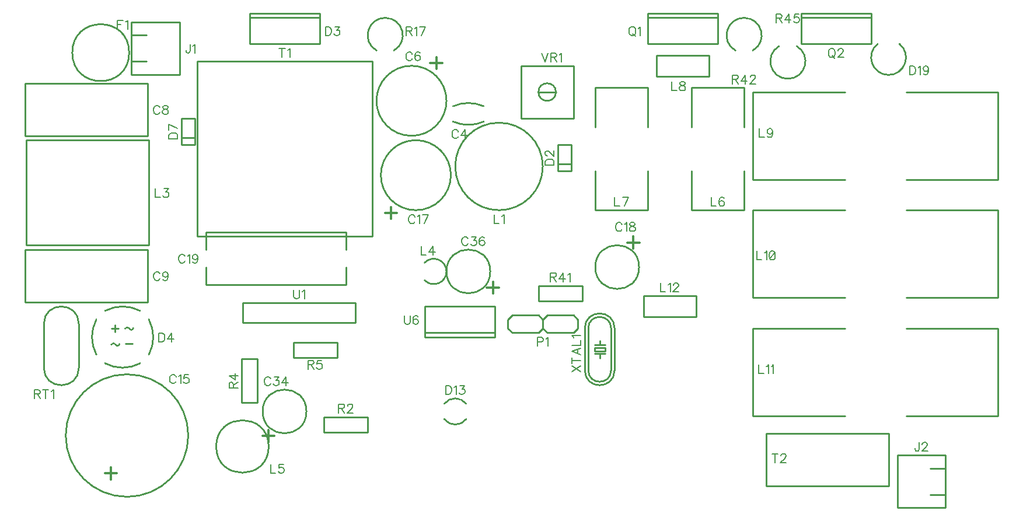
<source format=gbr>
G04 DipTrace 3.2.0.1*
G04 TopSilk.gbr*
%MOIN*%
G04 #@! TF.FileFunction,Legend,Top*
G04 #@! TF.Part,Single*
%ADD10C,0.009843*%
%ADD144C,0.00772*%
%ADD146C,0.012351*%
%FSLAX26Y26*%
G04*
G70*
G90*
G75*
G01*
G04 TopSilk*
%LPD*%
X2881211Y2649951D2*
D10*
G03X3056191Y2649951I87490J194744D01*
G01*
X2881211Y2737451D2*
G02X3056191Y2737451I87490J-194744D01*
G01*
X2443687Y2768701D2*
G02X2443687Y2768701I200004J0D01*
G01*
X1137450Y2568701D2*
X437450D1*
Y2868701D1*
X1137450D1*
Y2568701D1*
Y1618701D2*
X437450D1*
Y1918701D1*
X1137450D1*
Y1618701D1*
X668701Y856201D2*
G02X668701Y856201I350000J0D01*
G01*
X2468705Y2343701D2*
G02X2468705Y2343701I200004J0D01*
G01*
X3693700Y1818701D2*
G02X3693700Y1818701I125011J0D01*
G01*
X2268701Y1718701D2*
Y1818691D1*
Y1718701D2*
X1468701D1*
X2268701Y2018701D2*
X1468701D1*
X2268701D2*
Y1918711D1*
X1468701Y1718701D2*
Y1818691D1*
Y2018701D2*
Y1918711D1*
X1793679Y993701D2*
G02X1793679Y993701I125011J0D01*
G01*
X2843705Y1793691D2*
G02X2843705Y1793691I124996J0D01*
G01*
X3556201Y2368682D2*
X3481201D1*
Y2518719D1*
X3556201D1*
Y2368682D1*
Y2406224D2*
X3481201D1*
X1718701Y3243693D2*
X2118701D1*
X1718701Y3268701D2*
X2118701D1*
Y3093701D1*
X1718701D1*
Y3268701D1*
X893706Y1568711D2*
G02X1093696Y1568711I99995J-187565D01*
G01*
X931226Y1468681D2*
X971196D1*
X951211Y1448696D2*
Y1488666D1*
X1009976Y1381216D2*
X1049981D1*
X928916Y1375896D2*
G02X954886Y1375896I12985J-7581D01*
G01*
G03X975186Y1379326I9852J3482D01*
G01*
X1007911Y1467141D2*
G02X1033916Y1467141I13002J-7541D01*
G01*
G03X1054181Y1470571I9838J3455D01*
G01*
X1143711Y1518696D2*
G02X1143711Y1318706I-187565J-99995D01*
G01*
X1093696Y1268691D2*
G02X893706Y1268691I-99995J187565D01*
G01*
X843691Y1318706D2*
G02X843691Y1518696I187565J99995D01*
G01*
X1406201Y2518682D2*
X1331201D1*
Y2668719D1*
X1406201D1*
Y2518682D1*
Y2556224D2*
X1331201D1*
X2956204Y1037456D2*
G03X2831198Y1037456I-62503J-46893D01*
G01*
X2956204Y949946D2*
G02X2831198Y949946I-62503J46893D01*
G01*
X5306198Y3093554D2*
G03X5431204Y3093554I62503J-77490D01*
G01*
X706201Y3043701D2*
G02X706201Y3043701I162500J0D01*
G01*
X1318701Y3218701D2*
X1043701D1*
Y2918701D1*
X1318701D1*
Y3218701D1*
X1131178Y3143701D2*
X1043701D1*
Y2993701D2*
X1131178D1*
X5418701Y443701D2*
X5693701D1*
Y743701D1*
X5418701D1*
Y443701D1*
X5606223Y518701D2*
X5693701D1*
Y668701D2*
X5606223D1*
X2893701Y2393701D2*
G02X2893701Y2393701I250000J0D01*
G01*
X443701Y2543701D2*
X1143701D1*
Y1943701D1*
X443701D1*
Y2543701D1*
X2718704Y1843695D2*
G02X2718704Y1743706I52501J-49995D01*
G01*
X1528100Y793701D2*
G02X1528100Y793701I150000J0D01*
G01*
X4243683Y2143701D2*
X4543719D1*
X4243683Y2843701D2*
X4543719D1*
Y2618721D1*
Y2368681D2*
Y2143701D1*
X4243683D2*
Y2368681D1*
Y2618721D2*
Y2843701D1*
X3693683Y2143701D2*
X3993719D1*
X3693683Y2843701D2*
X3993719D1*
Y2618721D1*
Y2368681D2*
Y2143701D1*
X3693683D2*
Y2368681D1*
Y2618721D2*
Y2843701D1*
X4343781Y2908701D2*
Y3028701D1*
X4043620D2*
X4343781D1*
X4043620Y2908701D2*
Y3028701D1*
Y2908701D2*
X4343781D1*
X4593701Y2318730D2*
Y2818672D1*
X5993701Y2318730D2*
Y2818672D1*
X5468701D1*
X5118701D2*
X4593701D1*
X5118701Y2318730D2*
X4593701D1*
X5468701D2*
X5993701D1*
X4593701Y1643730D2*
Y2143672D1*
X5993701Y1643730D2*
Y2143672D1*
X5468701D1*
X5118701D2*
X4593701D1*
X5118701Y1643730D2*
X4593701D1*
X5468701D2*
X5993701D1*
X4593701Y968730D2*
Y1468672D1*
X5993701Y968730D2*
Y1468672D1*
X5468701D1*
X5118701D2*
X4593701D1*
X5118701Y968730D2*
X4593701D1*
X5468701D2*
X5993701D1*
X4268781Y1533701D2*
Y1653701D1*
X3968620D2*
X4268781D1*
X3968620Y1533701D2*
Y1653701D1*
Y1533701D2*
X4268781D1*
X3568701Y1543705D2*
X3418701D1*
X3393701Y1518693D1*
Y1468709D1*
X3418701Y1443697D2*
X3393701Y1468709D1*
X3568701Y1443697D2*
X3418701D1*
X3593701Y1468709D2*
X3568701Y1443697D1*
X3593701Y1518693D2*
Y1468709D1*
Y1518693D2*
X3568701Y1543705D1*
X3368701D2*
X3218701D1*
X3193701Y1518693D1*
Y1468709D1*
X3218701Y1443697D2*
X3193701Y1468709D1*
X3368701Y1443697D2*
X3218701D1*
X3393701Y1468709D2*
X3368701Y1443697D1*
X3393701Y1518693D2*
Y1468709D1*
Y1518693D2*
X3368701Y1543705D1*
X3993701Y3243693D2*
X4393701D1*
X3993701Y3268701D2*
X4393701D1*
Y3093701D1*
X3993701D1*
Y3268701D1*
X4868701Y3243693D2*
X5268701D1*
X4868701Y3268701D2*
X5268701D1*
Y3093701D1*
X4868701D1*
Y3268701D1*
X2143686Y962451D2*
X2393716D1*
Y874951D1*
X2143686D1*
Y962451D1*
X1674951Y1043686D2*
X1762451D1*
Y1293716D1*
X1674951D1*
Y1043686D1*
X1968686Y1387451D2*
X2218716D1*
Y1299951D1*
X1968686D1*
Y1387451D1*
X2543703Y3056197D2*
G03X2443699Y3056197I-50002J86611D01*
G01*
X3368686Y1712451D2*
X3618716D1*
Y1624951D1*
X3368686D1*
Y1712451D1*
X4593703Y3056197D2*
G03X4493699Y3056197I-50002J86611D01*
G01*
X4743699Y3081205D2*
G03X4843703Y3081205I50002J-86611D01*
G01*
X543701Y1243691D2*
Y1493711D1*
X743701Y1243691D2*
Y1493711D1*
X543701D2*
G02X743701Y1493711I100000J-10D01*
G01*
X543701Y1243691D2*
G03X743701Y1243691I100000J10D01*
G01*
X2418701Y1993723D2*
X1418701D1*
Y2993679D1*
X2418701D1*
Y1993723D1*
X4668701Y868719D2*
X5368701D1*
Y568683D1*
X4668701D1*
Y868719D1*
X1679379Y1615255D2*
X2323128D1*
Y1502753D1*
X1679379D1*
Y1615255D1*
X3118701Y1443708D2*
X2718701D1*
X3118701Y1418701D2*
X2718701D1*
Y1593701D1*
X3118701D1*
Y1418701D1*
X3568701Y2968701D2*
Y2668701D1*
Y2968701D2*
X3268701D1*
Y2668701D1*
X3568701D2*
X3268701D1*
X3468681Y2818701D2*
X3368691D1*
G02X3368691Y2818701I49995J0D01*
G01*
X3633701Y1468708D2*
Y1228694D1*
X3803701Y1468708D2*
Y1228694D1*
X3653693Y1468708D2*
Y1228694D1*
X3783709D2*
Y1468708D1*
X3748706Y1358705D2*
Y1338697D1*
X3688696D1*
Y1358705D1*
X3748706D1*
Y1323691D2*
X3718701D1*
X3688696D1*
X3748706Y1373711D2*
X3718701D1*
X3688696D1*
X3718701Y1323691D2*
Y1298681D1*
Y1373711D2*
Y1398721D1*
X3803701Y1468708D2*
G03X3633701Y1468708I-85000J-7D01*
G01*
Y1228694D2*
G03X3803701Y1228694I85000J7D01*
G01*
X3783709Y1468708D2*
G03X3653693Y1468708I-65008J-23D01*
G01*
Y1228694D2*
G03X3783709Y1228694I65008J23D01*
G01*
X2910981Y2592486D2*
D144*
X2908605Y2597239D1*
X2903796Y2602047D1*
X2899043Y2604424D1*
X2889481D1*
X2884673Y2602047D1*
X2879920Y2597239D1*
X2877488Y2592486D1*
X2875111Y2585301D1*
Y2573307D1*
X2877488Y2566177D1*
X2879920Y2561369D1*
X2884673Y2556616D1*
X2889481Y2554184D1*
X2899043D1*
X2903796Y2556616D1*
X2908605Y2561369D1*
X2910981Y2566177D1*
X2950352Y2554184D2*
Y2604369D1*
X2926420Y2570931D1*
X2962290D1*
X2648026Y3036210D2*
X2645649Y3040963D1*
X2640841Y3045771D1*
X2636088Y3048148D1*
X2626526D1*
X2621718Y3045771D1*
X2616964Y3040963D1*
X2614532Y3036210D1*
X2612156Y3029025D1*
Y3017031D1*
X2614532Y3009901D1*
X2616964Y3005093D1*
X2621718Y3000340D1*
X2626526Y2997908D1*
X2636088D1*
X2640841Y3000340D1*
X2645649Y3005093D1*
X2648026Y3009901D1*
X2692150Y3040963D2*
X2689773Y3045716D1*
X2682588Y3048093D1*
X2677835D1*
X2670650Y3045716D1*
X2665842Y3038531D1*
X2663465Y3026593D1*
Y3014655D1*
X2665842Y3005093D1*
X2670650Y3000284D1*
X2677835Y2997908D1*
X2680212D1*
X2687341Y3000284D1*
X2692150Y3005093D1*
X2694527Y3012278D1*
Y3014655D1*
X2692150Y3021840D1*
X2687341Y3026593D1*
X2680212Y3028969D1*
X2677835D1*
X2670650Y3026593D1*
X2665842Y3021840D1*
X2663465Y3014655D1*
X1205946Y2729986D2*
X1203570Y2734739D1*
X1198761Y2739547D1*
X1194008Y2741924D1*
X1184447D1*
X1179638Y2739547D1*
X1174885Y2734739D1*
X1172453Y2729986D1*
X1170077Y2722801D1*
Y2710807D1*
X1172453Y2703677D1*
X1174885Y2698869D1*
X1179638Y2694116D1*
X1184447Y2691684D1*
X1194008D1*
X1198761Y2694116D1*
X1203570Y2698869D1*
X1205946Y2703677D1*
X1233324Y2741869D2*
X1226194Y2739492D1*
X1223762Y2734739D1*
Y2729930D1*
X1226194Y2725177D1*
X1230947Y2722745D1*
X1240509Y2720369D1*
X1247694Y2717992D1*
X1252447Y2713184D1*
X1254824Y2708431D1*
Y2701245D1*
X1252447Y2696492D1*
X1250071Y2694060D1*
X1242886Y2691684D1*
X1233324D1*
X1226194Y2694060D1*
X1223762Y2696492D1*
X1221386Y2701245D1*
Y2708431D1*
X1223762Y2713184D1*
X1228571Y2717992D1*
X1235700Y2720369D1*
X1245262Y2722745D1*
X1250071Y2725177D1*
X1252447Y2729930D1*
Y2734739D1*
X1250071Y2739492D1*
X1242886Y2741869D1*
X1233324D1*
X1207107Y1779986D2*
X1204731Y1784739D1*
X1199922Y1789547D1*
X1195169Y1791924D1*
X1185607D1*
X1180799Y1789547D1*
X1176046Y1784739D1*
X1173614Y1779986D1*
X1171237Y1772801D1*
Y1760807D1*
X1173614Y1753677D1*
X1176046Y1748869D1*
X1180799Y1744116D1*
X1185607Y1741684D1*
X1195169D1*
X1199922Y1744116D1*
X1204731Y1748869D1*
X1207107Y1753677D1*
X1253663Y1775177D2*
X1251231Y1767992D1*
X1246478Y1763184D1*
X1239293Y1760807D1*
X1236916D1*
X1229731Y1763184D1*
X1224978Y1767992D1*
X1222546Y1775177D1*
Y1777554D1*
X1224978Y1784739D1*
X1229731Y1789492D1*
X1236916Y1791869D1*
X1239293D1*
X1246478Y1789492D1*
X1251231Y1784739D1*
X1253663Y1775177D1*
Y1763184D1*
X1251231Y1751245D1*
X1246478Y1744060D1*
X1239293Y1741684D1*
X1234540D1*
X1227355Y1744060D1*
X1224978Y1748869D1*
X1298453Y1192486D2*
X1296077Y1197239D1*
X1291268Y1202047D1*
X1286515Y1204424D1*
X1276953D1*
X1272145Y1202047D1*
X1267392Y1197239D1*
X1264960Y1192486D1*
X1262583Y1185301D1*
Y1173307D1*
X1264960Y1166177D1*
X1267392Y1161369D1*
X1272145Y1156616D1*
X1276953Y1154184D1*
X1286515D1*
X1291268Y1156616D1*
X1296077Y1161369D1*
X1298453Y1166177D1*
X1313892Y1194807D2*
X1318701Y1197239D1*
X1325886Y1204369D1*
Y1154184D1*
X1370010Y1204369D2*
X1346134D1*
X1343757Y1182869D1*
X1346134Y1185245D1*
X1353319Y1187677D1*
X1360448D1*
X1367633Y1185245D1*
X1372442Y1180492D1*
X1374818Y1173307D1*
Y1168554D1*
X1372442Y1161369D1*
X1367633Y1156560D1*
X1360448Y1154184D1*
X1353319D1*
X1346134Y1156560D1*
X1343757Y1158992D1*
X1341325Y1163745D1*
X2663813Y2104971D2*
X2661436Y2109724D1*
X2656628Y2114532D1*
X2651874Y2116909D1*
X2642313D1*
X2637504Y2114532D1*
X2632751Y2109724D1*
X2630319Y2104971D1*
X2627943Y2097786D1*
Y2085792D1*
X2630319Y2078662D1*
X2632751Y2073854D1*
X2637504Y2069101D1*
X2642313Y2066669D1*
X2651874D1*
X2656628Y2069101D1*
X2661436Y2073854D1*
X2663813Y2078662D1*
X2679252Y2107292D2*
X2684060Y2109724D1*
X2691245Y2116854D1*
Y2066669D1*
X2716246D2*
X2740178Y2116854D1*
X2706685D1*
X3845624Y2061231D2*
X3843247Y2065984D1*
X3838439Y2070793D1*
X3833686Y2073169D1*
X3824124D1*
X3819315Y2070793D1*
X3814562Y2065984D1*
X3812130Y2061231D1*
X3809754Y2054046D1*
Y2042053D1*
X3812130Y2034923D1*
X3814562Y2030114D1*
X3819315Y2025361D1*
X3824124Y2022929D1*
X3833686D1*
X3838439Y2025361D1*
X3843247Y2030114D1*
X3845624Y2034923D1*
X3861063Y2063552D2*
X3865871Y2065984D1*
X3873057Y2073114D1*
Y2022929D1*
X3900434Y2073114D2*
X3893304Y2070738D1*
X3890872Y2065984D1*
Y2061176D1*
X3893304Y2056423D1*
X3898057Y2053991D1*
X3907619Y2051614D1*
X3914804Y2049238D1*
X3919557Y2044429D1*
X3921934Y2039676D1*
Y2032491D1*
X3919557Y2027738D1*
X3917181Y2025306D1*
X3909996Y2022929D1*
X3900434D1*
X3893304Y2025306D1*
X3890872Y2027738D1*
X3888496Y2032491D1*
Y2039676D1*
X3890872Y2044429D1*
X3895681Y2049238D1*
X3902811Y2051614D1*
X3912372Y2053991D1*
X3917181Y2056423D1*
X3919557Y2061176D1*
Y2065984D1*
X3917181Y2070738D1*
X3909996Y2073114D1*
X3900434D1*
X1349641Y1879986D2*
X1347265Y1884739D1*
X1342456Y1889547D1*
X1337703Y1891924D1*
X1328142D1*
X1323333Y1889547D1*
X1318580Y1884739D1*
X1316148Y1879986D1*
X1313771Y1872801D1*
Y1860807D1*
X1316148Y1853677D1*
X1318580Y1848869D1*
X1323333Y1844116D1*
X1328142Y1841684D1*
X1337703D1*
X1342456Y1844116D1*
X1347265Y1848869D1*
X1349641Y1853677D1*
X1365081Y1882307D2*
X1369889Y1884739D1*
X1377074Y1891869D1*
Y1841684D1*
X1423630Y1875177D2*
X1421198Y1867992D1*
X1416445Y1863184D1*
X1409260Y1860807D1*
X1406883D1*
X1399698Y1863184D1*
X1394945Y1867992D1*
X1392513Y1875177D1*
Y1877554D1*
X1394945Y1884739D1*
X1399698Y1889492D1*
X1406883Y1891869D1*
X1409260D1*
X1416445Y1889492D1*
X1421198Y1884739D1*
X1423630Y1875177D1*
Y1863184D1*
X1421198Y1851245D1*
X1416445Y1844060D1*
X1409260Y1841684D1*
X1404507D1*
X1397322Y1844060D1*
X1394945Y1848869D1*
X1839372Y1179982D2*
X1836995Y1184735D1*
X1832187Y1189543D1*
X1827434Y1191920D1*
X1817872D1*
X1813064Y1189543D1*
X1808310Y1184735D1*
X1805878Y1179982D1*
X1803502Y1172797D1*
Y1160803D1*
X1805878Y1153674D1*
X1808310Y1148865D1*
X1813064Y1144112D1*
X1817872Y1141680D1*
X1827434D1*
X1832187Y1144112D1*
X1836995Y1148865D1*
X1839372Y1153674D1*
X1859620Y1191865D2*
X1885873D1*
X1871558Y1172742D1*
X1878743D1*
X1883496Y1170365D1*
X1885873Y1167988D1*
X1888304Y1160803D1*
Y1156050D1*
X1885873Y1148865D1*
X1881119Y1144057D1*
X1873934Y1141680D1*
X1866749D1*
X1859620Y1144057D1*
X1857243Y1146488D1*
X1854811Y1151242D1*
X1927675Y1141680D2*
Y1191865D1*
X1903744Y1158427D1*
X1939614D1*
X2967044Y1979987D2*
X2964667Y1984740D1*
X2959859Y1989548D1*
X2955106Y1991925D1*
X2945544D1*
X2940735Y1989548D1*
X2935982Y1984740D1*
X2933550Y1979987D1*
X2931174Y1972802D1*
Y1960808D1*
X2933550Y1953678D1*
X2935982Y1948870D1*
X2940735Y1944117D1*
X2945544Y1941685D1*
X2955106D1*
X2959859Y1944117D1*
X2964667Y1948870D1*
X2967044Y1953678D1*
X2987291Y1991870D2*
X3013544D1*
X2999230Y1972746D1*
X3006415D1*
X3011168Y1970370D1*
X3013544Y1967993D1*
X3015976Y1960808D1*
Y1956055D1*
X3013544Y1948870D1*
X3008791Y1944061D1*
X3001606Y1941685D1*
X2994421D1*
X2987291Y1944061D1*
X2984915Y1946493D1*
X2982483Y1951247D1*
X3060100Y1984740D2*
X3057724Y1989493D1*
X3050539Y1991870D1*
X3045786D1*
X3038601Y1989493D1*
X3033792Y1982308D1*
X3031416Y1970370D1*
Y1958432D1*
X3033792Y1948870D1*
X3038601Y1944061D1*
X3045786Y1941685D1*
X3048162D1*
X3055292Y1944061D1*
X3060100Y1948870D1*
X3062477Y1956055D1*
Y1958432D1*
X3060100Y1965617D1*
X3055292Y1970370D1*
X3048162Y1972746D1*
X3045786D1*
X3038601Y1970370D1*
X3033792Y1965617D1*
X3031416Y1958432D1*
X3407978Y2402488D2*
X3458218D1*
Y2419235D1*
X3455786Y2426420D1*
X3451033Y2431228D1*
X3446224Y2433605D1*
X3439095Y2435981D1*
X3427101D1*
X3419916Y2433605D1*
X3415163Y2431228D1*
X3410354Y2426420D1*
X3407978Y2419235D1*
Y2402488D1*
X3419971Y2453852D2*
X3417595D1*
X3412786Y2456229D1*
X3410410Y2458606D1*
X3408033Y2463414D1*
Y2472976D1*
X3410410Y2477729D1*
X3412786Y2480105D1*
X3417595Y2482537D1*
X3422348D1*
X3427156Y2480105D1*
X3434286Y2475352D1*
X3458218Y2451420D1*
Y2484914D1*
X2152488Y3191924D2*
Y3141684D1*
X2169234D1*
X2176420Y3144116D1*
X2181228Y3148869D1*
X2183605Y3153677D1*
X2185981Y3160807D1*
Y3172801D1*
X2183605Y3179986D1*
X2181228Y3184739D1*
X2176420Y3189547D1*
X2169234Y3191924D1*
X2152488D1*
X2206229Y3191869D2*
X2232482D1*
X2218167Y3172745D1*
X2225352D1*
X2230105Y3170369D1*
X2232482Y3167992D1*
X2234914Y3160807D1*
Y3156054D1*
X2232482Y3148869D1*
X2227729Y3144060D1*
X2220544Y3141684D1*
X2213359D1*
X2206229Y3144060D1*
X2203852Y3146492D1*
X2201420Y3151245D1*
X1201300Y1441924D2*
Y1391684D1*
X1218046D1*
X1225231Y1394116D1*
X1230040Y1398869D1*
X1232416Y1403677D1*
X1234793Y1410807D1*
Y1422801D1*
X1232416Y1429986D1*
X1230040Y1434739D1*
X1225231Y1439547D1*
X1218046Y1441924D1*
X1201300D1*
X1274164Y1391684D2*
Y1441869D1*
X1250232Y1408431D1*
X1286102D1*
X1257978Y2552488D2*
X1308218D1*
Y2569235D1*
X1305786Y2576420D1*
X1301033Y2581228D1*
X1296224Y2583605D1*
X1289095Y2585981D1*
X1277101D1*
X1269916Y2583605D1*
X1265163Y2581228D1*
X1260354Y2576420D1*
X1257978Y2569235D1*
Y2552488D1*
X1308218Y2610982D2*
X1258033Y2634914D1*
Y2601420D1*
X2838771Y1141924D2*
Y1091684D1*
X2855518D1*
X2862703Y1094116D1*
X2867512Y1098869D1*
X2869888Y1103677D1*
X2872265Y1110807D1*
Y1122801D1*
X2869888Y1129986D1*
X2867512Y1134739D1*
X2862703Y1139547D1*
X2855518Y1141924D1*
X2838771D1*
X2887704Y1132307D2*
X2892512Y1134739D1*
X2899698Y1141869D1*
Y1091684D1*
X2919945Y1141869D2*
X2946198D1*
X2931883Y1122745D1*
X2939068D1*
X2943822Y1120369D1*
X2946198Y1117992D1*
X2948630Y1110807D1*
Y1106054D1*
X2946198Y1098869D1*
X2941445Y1094060D1*
X2934260Y1091684D1*
X2927075D1*
X2919945Y1094060D1*
X2917569Y1096492D1*
X2915137Y1101245D1*
X5489960Y2967956D2*
Y2917716D1*
X5506706D1*
X5513891Y2920148D1*
X5518700Y2924901D1*
X5521077Y2929710D1*
X5523453Y2936840D1*
Y2948833D1*
X5521077Y2956018D1*
X5518700Y2960771D1*
X5513891Y2965580D1*
X5506706Y2967956D1*
X5489960D1*
X5538892Y2958340D2*
X5543701Y2960771D1*
X5550886Y2967901D1*
Y2917716D1*
X5597442Y2951210D2*
X5595010Y2944025D1*
X5590257Y2939216D1*
X5583072Y2936840D1*
X5580695D1*
X5573510Y2939216D1*
X5568757Y2944025D1*
X5566325Y2951210D1*
Y2953586D1*
X5568757Y2960771D1*
X5573510Y2965525D1*
X5580695Y2967901D1*
X5583072D1*
X5590257Y2965525D1*
X5595010Y2960771D1*
X5597442Y2951210D1*
Y2939216D1*
X5595010Y2927278D1*
X5590257Y2920093D1*
X5583072Y2917716D1*
X5578319D1*
X5571134Y2920093D1*
X5568757Y2924901D1*
X995543Y3229424D2*
X964426D1*
Y3179184D1*
Y3205492D2*
X983549D1*
X1010982Y3219807D2*
X1015790Y3222239D1*
X1022976Y3229369D1*
Y3179184D1*
X1379450Y3091924D2*
Y3053677D1*
X1377074Y3046492D1*
X1374642Y3044116D1*
X1369889Y3041684D1*
X1365080D1*
X1360327Y3044116D1*
X1357950Y3046492D1*
X1355519Y3053677D1*
Y3058431D1*
X1394890Y3082307D2*
X1399698Y3084739D1*
X1406883Y3091869D1*
Y3041684D1*
X5543700Y816924D2*
Y778677D1*
X5541324Y771492D1*
X5538892Y769116D1*
X5534139Y766684D1*
X5529330D1*
X5524577Y769116D1*
X5522201Y771492D1*
X5519769Y778677D1*
Y783431D1*
X5561571Y804930D2*
Y807307D1*
X5563948Y812115D1*
X5566325Y814492D1*
X5571133Y816869D1*
X5580695D1*
X5585448Y814492D1*
X5587824Y812115D1*
X5590256Y807307D1*
Y802554D1*
X5587824Y797745D1*
X5583071Y790616D1*
X5559140Y766684D1*
X5592633D1*
X3115642Y2116924D2*
Y2066684D1*
X3144327D1*
X3159766Y2107307D2*
X3164575Y2109739D1*
X3171760Y2116869D1*
Y2066684D1*
X1179892Y2266924D2*
Y2216684D1*
X1208577D1*
X1228825Y2266869D2*
X1255078D1*
X1240763Y2247745D1*
X1247948D1*
X1252701Y2245369D1*
X1255078Y2242992D1*
X1257510Y2235807D1*
Y2231054D1*
X1255078Y2223869D1*
X1250324Y2219060D1*
X1243139Y2216684D1*
X1235954D1*
X1228825Y2219060D1*
X1226448Y2221492D1*
X1224016Y2226245D1*
X2698487Y1939421D2*
Y1889181D1*
X2727172D1*
X2766543D2*
Y1939365D1*
X2742611Y1905927D1*
X2778481D1*
X1839291Y691924D2*
Y641684D1*
X1867976D1*
X1912100Y691869D2*
X1888224D1*
X1885847Y670369D1*
X1888224Y672745D1*
X1895409Y675177D1*
X1902538D1*
X1909723Y672745D1*
X1914532Y667992D1*
X1916908Y660807D1*
Y656054D1*
X1914532Y648869D1*
X1909723Y644060D1*
X1902538Y641684D1*
X1895409D1*
X1888224Y644060D1*
X1885847Y646492D1*
X1883415Y651245D1*
X4356108Y2216924D2*
Y2166684D1*
X4384793D1*
X4428917Y2209739D2*
X4426540Y2214492D1*
X4419355Y2216869D1*
X4414602D1*
X4407417Y2214492D1*
X4402609Y2207307D1*
X4400232Y2195369D1*
Y2183431D1*
X4402609Y2173869D1*
X4407417Y2169060D1*
X4414602Y2166684D1*
X4416979D1*
X4424109Y2169060D1*
X4428917Y2173869D1*
X4431294Y2181054D1*
Y2183431D1*
X4428917Y2190616D1*
X4424109Y2195369D1*
X4416979Y2197745D1*
X4414602D1*
X4407417Y2195369D1*
X4402609Y2190616D1*
X4400232Y2183431D1*
X3804892Y2216924D2*
Y2166684D1*
X3833577D1*
X3858578D2*
X3882510Y2216869D1*
X3849016D1*
X4129920Y2876924D2*
Y2826684D1*
X4158605D1*
X4185982Y2876869D2*
X4178852Y2874492D1*
X4176420Y2869739D1*
Y2864930D1*
X4178852Y2860177D1*
X4183605Y2857745D1*
X4193167Y2855369D1*
X4200352Y2852992D1*
X4205105Y2848184D1*
X4207482Y2843431D1*
Y2836245D1*
X4205105Y2831492D1*
X4202729Y2829060D1*
X4195544Y2826684D1*
X4185982D1*
X4178852Y2829060D1*
X4176420Y2831492D1*
X4174044Y2836245D1*
Y2843431D1*
X4176420Y2848184D1*
X4181229Y2852992D1*
X4188359Y2855369D1*
X4197920Y2857745D1*
X4202729Y2860177D1*
X4205105Y2864930D1*
Y2869739D1*
X4202729Y2874492D1*
X4195544Y2876869D1*
X4185982D1*
X4631080Y2610034D2*
Y2559794D1*
X4659765D1*
X4706321Y2593287D2*
X4703889Y2586102D1*
X4699136Y2581294D1*
X4691951Y2578917D1*
X4689575D1*
X4682390Y2581294D1*
X4677636Y2586102D1*
X4675204Y2593287D1*
Y2595664D1*
X4677636Y2602849D1*
X4682390Y2607602D1*
X4689575Y2609979D1*
X4691951D1*
X4699136Y2607602D1*
X4703889Y2602849D1*
X4706321Y2593287D1*
Y2581294D1*
X4703889Y2569356D1*
X4699136Y2562171D1*
X4691951Y2559794D1*
X4687198D1*
X4680013Y2562171D1*
X4677636Y2566979D1*
X4616176Y1910034D2*
Y1859794D1*
X4644861D1*
X4660300Y1900417D2*
X4665108Y1902849D1*
X4672293Y1909979D1*
Y1859794D1*
X4702103Y1909979D2*
X4694918Y1907602D1*
X4690109Y1900417D1*
X4687733Y1888479D1*
Y1881294D1*
X4690109Y1869356D1*
X4694918Y1862171D1*
X4702103Y1859794D1*
X4706856D1*
X4714041Y1862171D1*
X4718794Y1869356D1*
X4721226Y1881294D1*
Y1888479D1*
X4718794Y1900417D1*
X4714041Y1907602D1*
X4706856Y1909979D1*
X4702103D1*
X4718794Y1900417D2*
X4690109Y1869356D1*
X4626926Y1260034D2*
Y1209794D1*
X4655610D1*
X4671050Y1250417D2*
X4675858Y1252849D1*
X4683043Y1259979D1*
Y1209794D1*
X4698482Y1250417D2*
X4703291Y1252849D1*
X4710476Y1259979D1*
Y1209794D1*
X4066176Y1726924D2*
Y1676684D1*
X4094861D1*
X4110300Y1717307D2*
X4115108Y1719739D1*
X4122293Y1726869D1*
Y1676684D1*
X4140164Y1714930D2*
Y1717307D1*
X4142541Y1722115D1*
X4144918Y1724492D1*
X4149726Y1726869D1*
X4159288D1*
X4164041Y1724492D1*
X4166417Y1722115D1*
X4168849Y1717307D1*
Y1712554D1*
X4166417Y1707745D1*
X4161664Y1700616D1*
X4137733Y1676684D1*
X4171226D1*
X3363238Y1390620D2*
X3384793D1*
X3391923Y1392996D1*
X3394354Y1395428D1*
X3396731Y1400181D1*
Y1407366D1*
X3394354Y1412119D1*
X3391923Y1414551D1*
X3384793Y1416928D1*
X3363238D1*
Y1366688D1*
X3412170Y1407311D2*
X3416979Y1409743D1*
X3424164Y1416873D1*
Y1366688D1*
X3900204Y3191924D2*
X3895450Y3189603D1*
X3890642Y3184794D1*
X3888265Y3179986D1*
X3885834Y3172801D1*
Y3160862D1*
X3888265Y3153677D1*
X3890642Y3148924D1*
X3895450Y3144116D1*
X3900204Y3141739D1*
X3909765D1*
X3914574Y3144116D1*
X3919327Y3148924D1*
X3921703Y3153677D1*
X3924135Y3160862D1*
Y3172801D1*
X3921703Y3179986D1*
X3919327Y3184794D1*
X3914574Y3189603D1*
X3909765Y3191924D1*
X3900204D1*
X3907389Y3151301D2*
X3921703Y3136931D1*
X3939575Y3182307D2*
X3944383Y3184739D1*
X3951568Y3191869D1*
Y3141684D1*
X5039454Y3066924D2*
X5034701Y3064603D1*
X5029892Y3059794D1*
X5027515Y3054986D1*
X5025084Y3047801D1*
Y3035862D1*
X5027515Y3028677D1*
X5029892Y3023924D1*
X5034701Y3019116D1*
X5039454Y3016739D1*
X5049015D1*
X5053824Y3019116D1*
X5058577Y3023924D1*
X5060954Y3028677D1*
X5063385Y3035862D1*
Y3047801D1*
X5060954Y3054986D1*
X5058577Y3059794D1*
X5053824Y3064603D1*
X5049015Y3066924D1*
X5039454D1*
X5046639Y3026301D2*
X5060954Y3011931D1*
X5081256Y3054930D2*
Y3057307D1*
X5083633Y3062115D1*
X5086010Y3064492D1*
X5090818Y3066869D1*
X5100380D1*
X5105133Y3064492D1*
X5107510Y3062115D1*
X5109941Y3057307D1*
Y3052554D1*
X5107510Y3047745D1*
X5102756Y3040616D1*
X5078825Y3016684D1*
X5112318D1*
X2227488Y1011742D2*
X2248988D1*
X2256173Y1014174D1*
X2258605Y1016551D1*
X2260981Y1021304D1*
Y1026112D1*
X2258605Y1030865D1*
X2256173Y1033297D1*
X2248988Y1035674D1*
X2227488D1*
Y985434D1*
X2244234Y1011742D2*
X2260981Y985434D1*
X2278852Y1023680D2*
Y1026057D1*
X2281229Y1030865D1*
X2283605Y1033242D1*
X2288414Y1035619D1*
X2297976D1*
X2302729Y1033242D1*
X2305105Y1030865D1*
X2307537Y1026057D1*
Y1021304D1*
X2305105Y1016495D1*
X2300352Y1009366D1*
X2276420Y985434D1*
X2309914D1*
X1625659Y1126300D2*
Y1147799D1*
X1623228Y1154985D1*
X1620851Y1157416D1*
X1616098Y1159793D1*
X1611289D1*
X1606536Y1157416D1*
X1604104Y1154985D1*
X1601728Y1147800D1*
Y1126300D1*
X1651968D1*
X1625659Y1143046D2*
X1651968Y1159793D1*
Y1199164D2*
X1601783D1*
X1635221Y1175232D1*
Y1211102D1*
X2052488Y1261742D2*
X2073988D1*
X2081173Y1264174D1*
X2083605Y1266551D1*
X2085981Y1271304D1*
Y1276112D1*
X2083605Y1280865D1*
X2081173Y1283297D1*
X2073988Y1285674D1*
X2052488D1*
Y1235434D1*
X2069234Y1261742D2*
X2085981Y1235434D1*
X2130105Y1285619D2*
X2106229D1*
X2103852Y1264119D1*
X2106229Y1266495D1*
X2113414Y1268927D1*
X2120544D1*
X2127729Y1266495D1*
X2132537Y1261742D1*
X2134914Y1254557D1*
Y1249804D1*
X2132537Y1242619D1*
X2127729Y1237810D1*
X2120544Y1235434D1*
X2113414D1*
X2106229Y1237810D1*
X2103852Y1240242D1*
X2101420Y1244995D1*
X2613771Y3167107D2*
X2635271D1*
X2642456Y3169539D1*
X2644888Y3171916D1*
X2647265Y3176669D1*
Y3181477D1*
X2644888Y3186230D1*
X2642456Y3188662D1*
X2635271Y3191039D1*
X2613771D1*
Y3140799D1*
X2630518Y3167107D2*
X2647265Y3140799D1*
X2662704Y3181422D2*
X2667512Y3183854D1*
X2674698Y3190984D1*
Y3140799D1*
X2699698D2*
X2723630Y3190984D1*
X2690137D1*
X3437583Y1761742D2*
X3459083D1*
X3466268Y1764174D1*
X3468700Y1766551D1*
X3471077Y1771304D1*
Y1776112D1*
X3468700Y1780865D1*
X3466268Y1783297D1*
X3459083Y1785674D1*
X3437583D1*
Y1735434D1*
X3454330Y1761742D2*
X3471077Y1735434D1*
X3510447D2*
Y1785619D1*
X3486516Y1752181D1*
X3522386D1*
X3537825Y1776057D2*
X3542633Y1778489D1*
X3549818Y1785619D1*
Y1735434D1*
X4476833Y2892107D2*
X4498333D1*
X4505518Y2894539D1*
X4507950Y2896916D1*
X4510327Y2901669D1*
Y2906477D1*
X4507950Y2911230D1*
X4505518Y2913662D1*
X4498333Y2916039D1*
X4476833D1*
Y2865799D1*
X4493580Y2892107D2*
X4510327Y2865799D1*
X4549698D2*
Y2915984D1*
X4525766Y2882545D1*
X4561636D1*
X4579507Y2904045D2*
Y2906422D1*
X4581883Y2911230D1*
X4584260Y2913607D1*
X4589068Y2915984D1*
X4598630D1*
X4603383Y2913607D1*
X4605760Y2911230D1*
X4608192Y2906422D1*
Y2901669D1*
X4605760Y2896860D1*
X4601007Y2889731D1*
X4577075Y2865799D1*
X4610568D1*
X4726833Y3240236D2*
X4748333D1*
X4755518Y3242668D1*
X4757950Y3245044D1*
X4760327Y3249797D1*
Y3254606D1*
X4757950Y3259359D1*
X4755518Y3261791D1*
X4748333Y3264167D1*
X4726833D1*
Y3213927D1*
X4743580Y3240236D2*
X4760327Y3213927D1*
X4799698D2*
Y3264112D1*
X4775766Y3230674D1*
X4811636D1*
X4855760Y3264112D2*
X4831883D1*
X4829507Y3242612D1*
X4831883Y3244989D1*
X4839068Y3247421D1*
X4846198D1*
X4853383Y3244989D1*
X4858192Y3240236D1*
X4860568Y3233051D1*
Y3228297D1*
X4858192Y3221112D1*
X4853383Y3216304D1*
X4846198Y3213927D1*
X4839068D1*
X4831883Y3216304D1*
X4829507Y3218736D1*
X4827075Y3223489D1*
X488771Y1092992D2*
X510271D1*
X517456Y1095424D1*
X519888Y1097801D1*
X522265Y1102554D1*
Y1107362D1*
X519888Y1112115D1*
X517456Y1114547D1*
X510271Y1116924D1*
X488771D1*
Y1066684D1*
X505518Y1092992D2*
X522265Y1066684D1*
X554451Y1116924D2*
Y1066684D1*
X537704Y1116924D2*
X571197D1*
X586637Y1107307D2*
X591445Y1109739D1*
X598630Y1116869D1*
Y1066684D1*
X1904984Y3068105D2*
Y3017865D1*
X1888238Y3068105D2*
X1921731D1*
X1937170Y3058488D2*
X1941979Y3060920D1*
X1949164Y3068050D1*
Y3017865D1*
X4719234Y752357D2*
Y702117D1*
X4702488Y752357D2*
X4735981D1*
X4753852Y740363D2*
Y742740D1*
X4756229Y747548D1*
X4758605Y749925D1*
X4763414Y752302D1*
X4772976D1*
X4777729Y749925D1*
X4780105Y747548D1*
X4782537Y742740D1*
Y737987D1*
X4780105Y733178D1*
X4775352Y726049D1*
X4751420Y702117D1*
X4784914D1*
X1970790Y1688478D2*
Y1652608D1*
X1973167Y1645423D1*
X1977975Y1640670D1*
X1985160Y1638238D1*
X1989914D1*
X1997099Y1640670D1*
X2001907Y1645423D1*
X2004284Y1652608D1*
Y1688478D1*
X2019723Y1678861D2*
X2024531Y1681293D1*
X2031716Y1688422D1*
Y1638238D1*
X2603704Y1541924D2*
Y1506054D1*
X2606080Y1498869D1*
X2610889Y1494116D1*
X2618074Y1491684D1*
X2622827D1*
X2630012Y1494116D1*
X2634821Y1498869D1*
X2637197Y1506054D1*
Y1541924D1*
X2681321Y1534739D2*
X2678945Y1539492D1*
X2671760Y1541869D1*
X2667006D1*
X2659821Y1539492D1*
X2655013Y1532307D1*
X2652636Y1520369D1*
Y1508431D1*
X2655013Y1498869D1*
X2659821Y1494060D1*
X2667006Y1491684D1*
X2669383D1*
X2676513Y1494060D1*
X2681321Y1498869D1*
X2683698Y1506054D1*
Y1508431D1*
X2681321Y1515616D1*
X2676513Y1520369D1*
X2669383Y1522745D1*
X2667006D1*
X2659821Y1520369D1*
X2655013Y1515616D1*
X2652636Y1508431D1*
X3386395Y3041924D2*
X3405518Y2991684D1*
X3424641Y3041924D1*
X3440081Y3017992D2*
X3461580D1*
X3468766Y3020424D1*
X3471197Y3022801D1*
X3473574Y3027554D1*
Y3032362D1*
X3471197Y3037115D1*
X3468766Y3039547D1*
X3461580Y3041924D1*
X3440081D1*
Y2991684D1*
X3456827Y3017992D2*
X3473574Y2991684D1*
X3489013Y3032307D2*
X3493822Y3034739D1*
X3501007Y3041869D1*
Y2991684D1*
X3560478Y1219839D2*
X3610718Y1253332D1*
X3560478D2*
X3610718Y1219839D1*
X3560478Y1285518D2*
X3610718D1*
X3560478Y1268772D2*
Y1302265D1*
X3610718Y1356006D2*
X3560478Y1336827D1*
X3610718Y1317704D1*
X3593971Y1324889D2*
Y1348821D1*
X3560478Y1371445D2*
X3610718D1*
Y1400130D1*
X3570095Y1415569D2*
X3567663Y1420378D1*
X3560533Y1427563D1*
X3610718D1*
X2751630Y2984261D2*
D146*
X2820518D1*
X2786118Y2949861D2*
X2786119Y3018749D1*
X960785Y640625D2*
X891897D1*
X926296Y675025D2*
Y606137D1*
X2560771Y2128141D2*
X2491883D1*
X2526283Y2162540D2*
Y2093652D1*
X3876633Y1959283D2*
X3945521Y1959282D1*
X3911121Y1924883D2*
Y1993771D1*
X1860769Y853119D2*
X1791881D1*
X1826281Y887519D2*
Y818631D1*
X3109282Y1735769D2*
Y1666881D1*
X3074883Y1701281D2*
X3143771D1*
M02*

</source>
